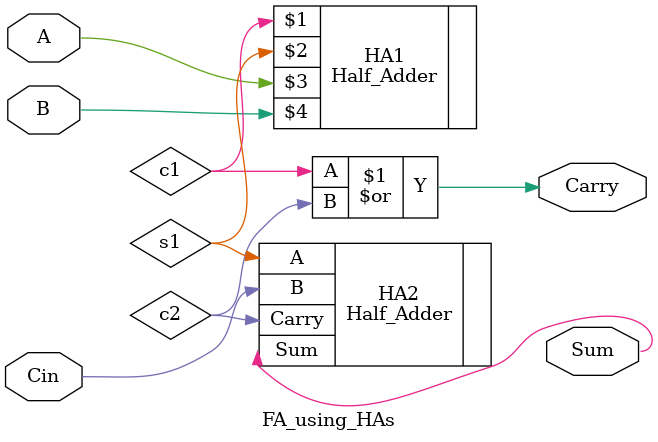
<source format=v>
`timescale 1ns / 1ps
module FA_using_HAs(Sum, Carry, A, B, Cin);
input A, B, Cin;
output Sum, Carry;

// wires are initialised by default; else  
wire s1, c1, c2;

// logic
// HA instatiation by order
Half_Adder HA1(c1, s1, A, B);

// HA instatiation by name
Half_Adder HA2(.Carry(c2), .Sum(Sum), .A(s1), .B(Cin));

or or1(Carry, c1, c2);


endmodule



</source>
